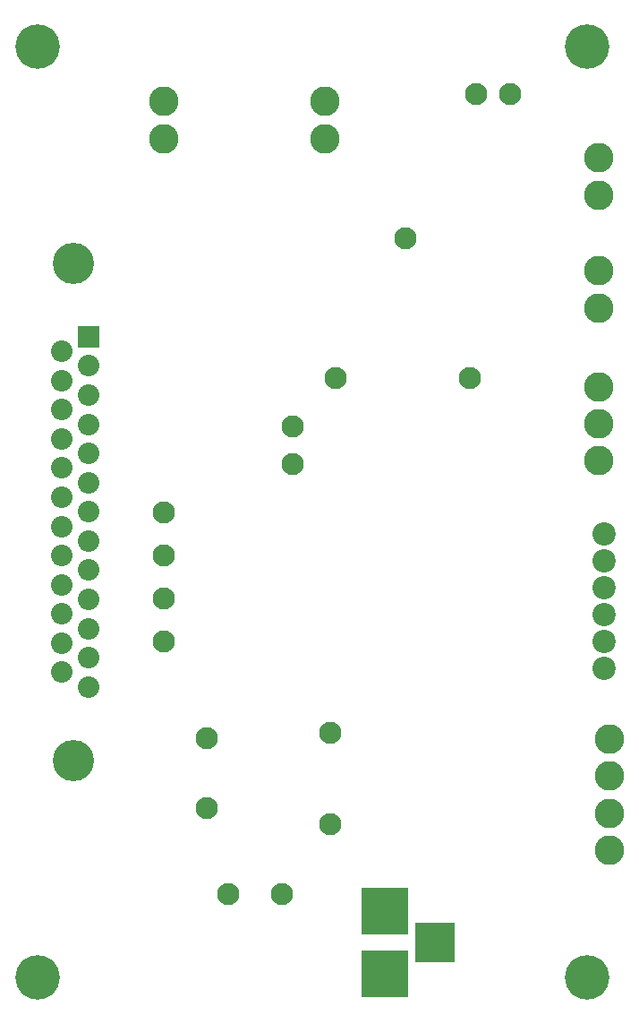
<source format=gbr>
G04 #@! TF.FileFunction,Soldermask,Bot*
%FSLAX46Y46*%
G04 Gerber Fmt 4.6, Leading zero omitted, Abs format (unit mm)*
G04 Created by KiCad (PCBNEW 4.0.6) date 11/29/17 10:44:29*
%MOMM*%
%LPD*%
G01*
G04 APERTURE LIST*
%ADD10C,0.100000*%
%ADD11C,4.200000*%
%ADD12C,2.100000*%
%ADD13R,4.400000X4.400000*%
%ADD14R,3.800000X3.800000*%
%ADD15C,2.800000*%
%ADD16C,2.200000*%
%ADD17C,3.900000*%
%ADD18C,2.040000*%
%ADD19R,2.040000X2.020000*%
G04 APERTURE END LIST*
D10*
D11*
X109144000Y-55003000D03*
D12*
X69088000Y-107188000D03*
X69088000Y-111252000D03*
X69088000Y-103124000D03*
X80264000Y-135128000D03*
X75184000Y-135128000D03*
X69088000Y-99060000D03*
X98679000Y-59563000D03*
X101854000Y-59563000D03*
X91948000Y-73152000D03*
X98044000Y-86360000D03*
X85344000Y-86360000D03*
X81280000Y-94488000D03*
X81280000Y-90932000D03*
X84836000Y-128524000D03*
X84836000Y-119888000D03*
X73152000Y-127000000D03*
X73152000Y-120396000D03*
D13*
X90047000Y-136700000D03*
X90047000Y-142700000D03*
D14*
X94742000Y-139700000D03*
D11*
X57144000Y-143003000D03*
X57144000Y-55003000D03*
X109144000Y-143003000D03*
D15*
X110236000Y-65560000D03*
X110236000Y-69060000D03*
X110236000Y-76228000D03*
X110236000Y-79728000D03*
X110236000Y-87178000D03*
X110236000Y-90678000D03*
X110236000Y-94178000D03*
D16*
X110744000Y-108712000D03*
X110744000Y-106172000D03*
X110744000Y-111252000D03*
X110744000Y-103632000D03*
X110744000Y-113792000D03*
X110744000Y-101092000D03*
D15*
X111252000Y-127480000D03*
X111252000Y-123980000D03*
X111252000Y-130980000D03*
X111252000Y-120480000D03*
X69088000Y-60226000D03*
X69088000Y-63726000D03*
X84328000Y-60226000D03*
X84328000Y-63726000D03*
D17*
X60570920Y-75495000D03*
X60570920Y-122511000D03*
D18*
X61970920Y-115551000D03*
X61970920Y-112793000D03*
X61970920Y-110035000D03*
X61970920Y-107277000D03*
X61970920Y-104519000D03*
X61970920Y-101761000D03*
X61970920Y-99003000D03*
X61970920Y-96245000D03*
X61970920Y-93487000D03*
X61970920Y-90729000D03*
X61970920Y-87971000D03*
X61970920Y-85213000D03*
D19*
X61970920Y-82455000D03*
D18*
X59430920Y-114172000D03*
X59430920Y-111414000D03*
X59430920Y-108656000D03*
X59430920Y-105898000D03*
X59430920Y-103140000D03*
X59430920Y-100382000D03*
X59430920Y-97624000D03*
X59430920Y-94866000D03*
X59430920Y-92108000D03*
X59430920Y-89350000D03*
X59430920Y-86592000D03*
X59430920Y-83834000D03*
M02*

</source>
